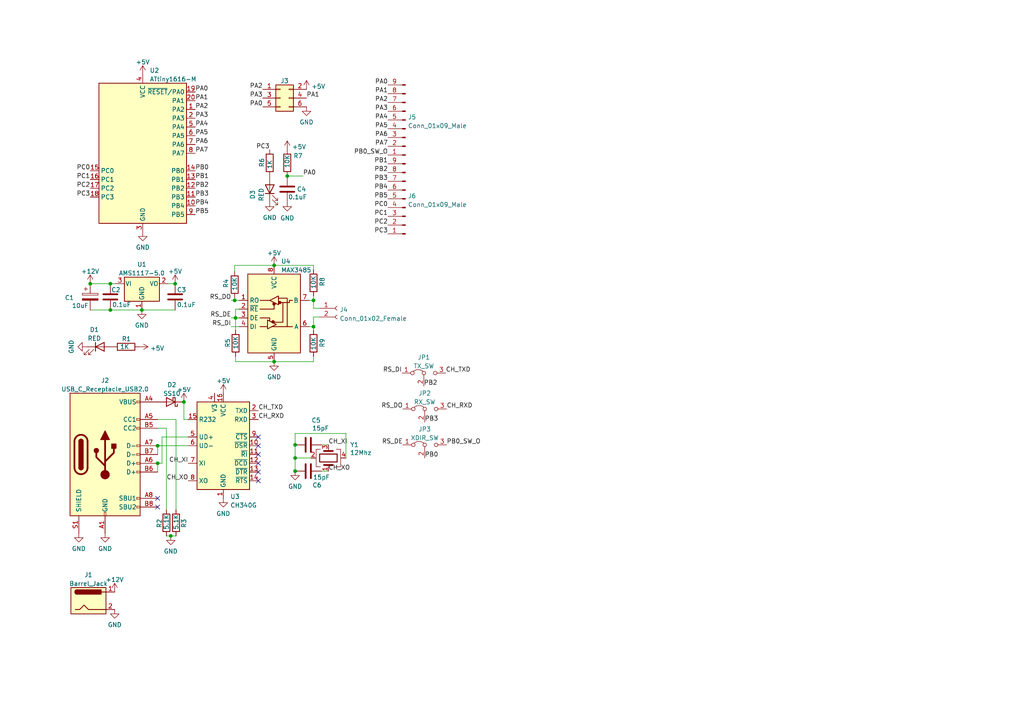
<source format=kicad_sch>
(kicad_sch (version 20211123) (generator eeschema)
  (paper "A4")
  (lib_symbols
    (symbol "Connector:Barrel_Jack" (pin_names (offset 1.016))
      (property "Reference" "J" (at 0 5.334 0))
      (property "Value" "Barrel_Jack" (at 0 -5.08 0))
      (symbol "Barrel_Jack_0_1"
        (rectangle (start -5.08 3.81) (end 5.08 -3.81) (stroke (width 0.254)) (fill (type background)))
        (arc (start -3.302 3.175) (mid -3.937 2.54) (end -3.302 1.905) (stroke (width 0.254)))
        (arc (start -3.302 3.175) (mid -3.937 2.54) (end -3.302 1.905) (stroke (width 0.254)) (fill (type outline)))
        (polyline (pts (xy 5.08 2.54) (xy 3.81 2.54)) (stroke (width 0.254)))
        (polyline (pts (xy -3.81 -2.54) (xy -2.54 -2.54) (xy -1.27 -1.27) (xy 0 -2.54) (xy 2.54 -2.54) (xy 5.08 -2.54)) (stroke (width 0.254)))
        (rectangle (start 3.683 3.175) (end -3.302 1.905) (stroke (width 0.254)) (fill (type outline)))
      )
      (symbol "Barrel_Jack_1_1"
        (pin passive line (at 7.62 2.54 180) (length 2.54) (name "~") (number "1"))
        (pin passive line (at 7.62 -2.54 180) (length 2.54) (name "~") (number "2"))
      )
    )
    (symbol "Connector:Conn_01x02_Female" (pin_names (offset 1.016) hide)
      (property "Reference" "J" (at 0 2.54 0))
      (property "Value" "Conn_01x02_Female" (at 0 -5.08 0))
      (symbol "Conn_01x02_Female_1_1"
        (arc (start 0 -2.032) (mid -0.508 -2.54) (end 0 -3.048) (stroke (width 0.1524)))
        (polyline (pts (xy -1.27 -2.54) (xy -0.508 -2.54)) (stroke (width 0.1524)))
        (polyline (pts (xy -1.27 0) (xy -0.508 0)) (stroke (width 0.1524)))
        (arc (start 0 0.508) (mid -0.508 0) (end 0 -0.508) (stroke (width 0.1524)))
        (pin passive line (at -5.08 0 0) (length 3.81) (name "Pin_1") (number "1"))
        (pin passive line (at -5.08 -2.54 0) (length 3.81) (name "Pin_2") (number "2"))
      )
    )
    (symbol "Connector:Conn_01x09_Male" (pin_names (offset 1.016) hide)
      (property "Reference" "J" (at 0 12.7 0))
      (property "Value" "Conn_01x09_Male" (at 0 -12.7 0))
      (symbol "Conn_01x09_Male_1_1"
        (polyline (pts (xy 1.27 -10.16) (xy 0.8636 -10.16)) (stroke (width 0.1524)))
        (polyline (pts (xy 1.27 -7.62) (xy 0.8636 -7.62)) (stroke (width 0.1524)))
        (polyline (pts (xy 1.27 -5.08) (xy 0.8636 -5.08)) (stroke (width 0.1524)))
        (polyline (pts (xy 1.27 -2.54) (xy 0.8636 -2.54)) (stroke (width 0.1524)))
        (polyline (pts (xy 1.27 0) (xy 0.8636 0)) (stroke (width 0.1524)))
        (polyline (pts (xy 1.27 2.54) (xy 0.8636 2.54)) (stroke (width 0.1524)))
        (polyline (pts (xy 1.27 5.08) (xy 0.8636 5.08)) (stroke (width 0.1524)))
        (polyline (pts (xy 1.27 7.62) (xy 0.8636 7.62)) (stroke (width 0.1524)))
        (polyline (pts (xy 1.27 10.16) (xy 0.8636 10.16)) (stroke (width 0.1524)))
        (rectangle (start 0.8636 -10.033) (end 0 -10.287) (stroke (width 0.1524)) (fill (type outline)))
        (rectangle (start 0.8636 -7.493) (end 0 -7.747) (stroke (width 0.1524)) (fill (type outline)))
        (rectangle (start 0.8636 -4.953) (end 0 -5.207) (stroke (width 0.1524)) (fill (type outline)))
        (rectangle (start 0.8636 -2.413) (end 0 -2.667) (stroke (width 0.1524)) (fill (type outline)))
        (rectangle (start 0.8636 0.127) (end 0 -0.127) (stroke (width 0.1524)) (fill (type outline)))
        (rectangle (start 0.8636 2.667) (end 0 2.413) (stroke (width 0.1524)) (fill (type outline)))
        (rectangle (start 0.8636 5.207) (end 0 4.953) (stroke (width 0.1524)) (fill (type outline)))
        (rectangle (start 0.8636 7.747) (end 0 7.493) (stroke (width 0.1524)) (fill (type outline)))
        (rectangle (start 0.8636 10.287) (end 0 10.033) (stroke (width 0.1524)) (fill (type outline)))
        (pin passive line (at 5.08 10.16 180) (length 3.81) (name "Pin_1") (number "1"))
        (pin passive line (at 5.08 7.62 180) (length 3.81) (name "Pin_2") (number "2"))
        (pin passive line (at 5.08 5.08 180) (length 3.81) (name "Pin_3") (number "3"))
        (pin passive line (at 5.08 2.54 180) (length 3.81) (name "Pin_4") (number "4"))
        (pin passive line (at 5.08 0 180) (length 3.81) (name "Pin_5") (number "5"))
        (pin passive line (at 5.08 -2.54 180) (length 3.81) (name "Pin_6") (number "6"))
        (pin passive line (at 5.08 -5.08 180) (length 3.81) (name "Pin_7") (number "7"))
        (pin passive line (at 5.08 -7.62 180) (length 3.81) (name "Pin_8") (number "8"))
        (pin passive line (at 5.08 -10.16 180) (length 3.81) (name "Pin_9") (number "9"))
      )
    )
    (symbol "Connector:USB_C_Receptacle_USB2.0" (pin_names (offset 1.016))
      (property "Reference" "J" (at -10.16 19.05 0))
      (property "Value" "USB_C_Receptacle_USB2.0" (at 19.05 19.05 0))
      (symbol "USB_C_Receptacle_USB2.0_0_0"
        (rectangle (start -0.254 -17.78) (end 0.254 -16.764))
        (rectangle (start 10.16 -14.986) (end 9.144 -15.494))
        (rectangle (start 10.16 -12.446) (end 9.144 -12.954))
        (rectangle (start 10.16 -4.826) (end 9.144 -5.334))
        (rectangle (start 10.16 -2.286) (end 9.144 -2.794))
        (rectangle (start 10.16 0.254) (end 9.144 -0.254))
        (rectangle (start 10.16 2.794) (end 9.144 2.286))
        (rectangle (start 10.16 7.874) (end 9.144 7.366))
        (rectangle (start 10.16 10.414) (end 9.144 9.906))
        (rectangle (start 10.16 15.494) (end 9.144 14.986))
      )
      (symbol "USB_C_Receptacle_USB2.0_0_1"
        (rectangle (start -10.16 17.78) (end 10.16 -17.78) (stroke (width 0.254)) (fill (type background)))
        (arc (start -8.89 -3.81) (mid -6.985 -5.715) (end -5.08 -3.81) (stroke (width 0.508)))
        (arc (start -7.62 -3.81) (mid -6.985 -4.445) (end -6.35 -3.81) (stroke (width 0.254)))
        (arc (start -7.62 -3.81) (mid -6.985 -4.445) (end -6.35 -3.81) (stroke (width 0.254)) (fill (type outline)))
        (rectangle (start -7.62 -3.81) (end -6.35 3.81) (stroke (width 0.254)) (fill (type outline)))
        (arc (start -6.35 3.81) (mid -6.985 4.445) (end -7.62 3.81) (stroke (width 0.254)))
        (arc (start -6.35 3.81) (mid -6.985 4.445) (end -7.62 3.81) (stroke (width 0.254)) (fill (type outline)))
        (arc (start -5.08 3.81) (mid -6.985 5.715) (end -8.89 3.81) (stroke (width 0.508)))
        (circle (center -2.54 1.143) (radius 0.635) (stroke (width 0.254)) (fill (type outline)))
        (circle (center 0 -5.842) (radius 1.27) (fill (type outline)))
        (polyline (pts (xy -8.89 -3.81) (xy -8.89 3.81)) (stroke (width 0.508)))
        (polyline (pts (xy -5.08 3.81) (xy -5.08 -3.81)) (stroke (width 0.508)))
        (polyline (pts (xy 0 -5.842) (xy 0 4.318)) (stroke (width 0.508)))
        (polyline (pts (xy 0 -3.302) (xy -2.54 -0.762) (xy -2.54 0.508)) (stroke (width 0.508)))
        (polyline (pts (xy 0 -2.032) (xy 2.54 0.508) (xy 2.54 1.778)) (stroke (width 0.508)))
        (polyline (pts (xy -1.27 4.318) (xy 0 6.858) (xy 1.27 4.318) (xy -1.27 4.318)) (stroke (width 0.254)) (fill (type outline)))
        (rectangle (start 1.905 1.778) (end 3.175 3.048) (stroke (width 0.254)) (fill (type outline)))
      )
      (symbol "USB_C_Receptacle_USB2.0_1_1"
        (pin passive line (at 0 -22.86 90) (length 5.08) (name "GND") (number "A1"))
        (pin passive line (at 0 -22.86 90) (length 5.08) hide (name "GND") (number "A12"))
        (pin passive line (at 15.24 15.24 180) (length 5.08) (name "VBUS") (number "A4"))
        (pin bidirectional line (at 15.24 10.16 180) (length 5.08) (name "CC1") (number "A5"))
        (pin bidirectional line (at 15.24 -2.54 180) (length 5.08) (name "D+") (number "A6"))
        (pin bidirectional line (at 15.24 2.54 180) (length 5.08) (name "D-") (number "A7"))
        (pin bidirectional line (at 15.24 -12.7 180) (length 5.08) (name "SBU1") (number "A8"))
        (pin passive line (at 15.24 15.24 180) (length 5.08) hide (name "VBUS") (number "A9"))
        (pin passive line (at 0 -22.86 90) (length 5.08) hide (name "GND") (number "B1"))
        (pin passive line (at 0 -22.86 90) (length 5.08) hide (name "GND") (number "B12"))
        (pin passive line (at 15.24 15.24 180) (length 5.08) hide (name "VBUS") (number "B4"))
        (pin bidirectional line (at 15.24 7.62 180) (length 5.08) (name "CC2") (number "B5"))
        (pin bidirectional line (at 15.24 -5.08 180) (length 5.08) (name "D+") (number "B6"))
        (pin bidirectional line (at 15.24 0 180) (length 5.08) (name "D-") (number "B7"))
        (pin bidirectional line (at 15.24 -15.24 180) (length 5.08) (name "SBU2") (number "B8"))
        (pin passive line (at 15.24 15.24 180) (length 5.08) hide (name "VBUS") (number "B9"))
        (pin passive line (at -7.62 -22.86 90) (length 5.08) (name "SHIELD") (number "S1"))
      )
    )
    (symbol "Connector_Generic:Conn_02x03_Odd_Even" (pin_names (offset 1.016) hide)
      (property "Reference" "J" (at 1.27 5.08 0))
      (property "Value" "Conn_02x03_Odd_Even" (at 1.27 -5.08 0))
      (symbol "Conn_02x03_Odd_Even_1_1"
        (rectangle (start -1.27 -2.413) (end 0 -2.667) (stroke (width 0.1524)))
        (rectangle (start -1.27 0.127) (end 0 -0.127) (stroke (width 0.1524)))
        (rectangle (start -1.27 2.667) (end 0 2.413) (stroke (width 0.1524)))
        (rectangle (start -1.27 3.81) (end 3.81 -3.81) (stroke (width 0.254)) (fill (type background)))
        (rectangle (start 3.81 -2.413) (end 2.54 -2.667) (stroke (width 0.1524)))
        (rectangle (start 3.81 0.127) (end 2.54 -0.127) (stroke (width 0.1524)))
        (rectangle (start 3.81 2.667) (end 2.54 2.413) (stroke (width 0.1524)))
        (pin passive line (at -5.08 2.54 0) (length 3.81) (name "Pin_1") (number "1"))
        (pin passive line (at 7.62 2.54 180) (length 3.81) (name "Pin_2") (number "2"))
        (pin passive line (at -5.08 0 0) (length 3.81) (name "Pin_3") (number "3"))
        (pin passive line (at 7.62 0 180) (length 3.81) (name "Pin_4") (number "4"))
        (pin passive line (at -5.08 -2.54 0) (length 3.81) (name "Pin_5") (number "5"))
        (pin passive line (at 7.62 -2.54 180) (length 3.81) (name "Pin_6") (number "6"))
      )
    )
    (symbol "Device:C" (pin_numbers hide) (pin_names (offset 0.254))
      (property "Reference" "C" (at 0.635 2.54 0))
      (property "Value" "C" (at 0.635 -2.54 0))
      (symbol "C_0_1"
        (polyline (pts (xy -2.032 -0.762) (xy 2.032 -0.762)) (stroke (width 0.508)))
        (polyline (pts (xy -2.032 0.762) (xy 2.032 0.762)) (stroke (width 0.508)))
      )
      (symbol "C_1_1"
        (pin passive line (at 0 3.81 270) (length 2.794) (name "~") (number "1"))
        (pin passive line (at 0 -3.81 90) (length 2.794) (name "~") (number "2"))
      )
    )
    (symbol "Device:C_Polarized" (pin_numbers hide) (pin_names (offset 0.254))
      (property "Reference" "C" (at 0.635 2.54 0))
      (property "Value" "C_Polarized" (at 0.635 -2.54 0))
      (symbol "C_Polarized_0_1"
        (rectangle (start -2.286 0.508) (end 2.286 1.016))
        (polyline (pts (xy -1.778 2.286) (xy -0.762 2.286)))
        (polyline (pts (xy -1.27 2.794) (xy -1.27 1.778)))
        (rectangle (start 2.286 -0.508) (end -2.286 -1.016) (fill (type outline)))
      )
      (symbol "C_Polarized_1_1"
        (pin passive line (at 0 3.81 270) (length 2.794) (name "~") (number "1"))
        (pin passive line (at 0 -3.81 90) (length 2.794) (name "~") (number "2"))
      )
    )
    (symbol "Device:Crystal_GND24" (pin_names (offset 1.016) hide)
      (property "Reference" "Y" (at 3.175 5.08 0))
      (property "Value" "Crystal_GND24" (at 3.175 3.175 0))
      (symbol "Crystal_GND24_0_1"
        (rectangle (start -1.143 2.54) (end 1.143 -2.54) (stroke (width 0.3048)))
        (polyline (pts (xy -2.54 0) (xy -2.032 0)))
        (polyline (pts (xy -2.032 -1.27) (xy -2.032 1.27)) (stroke (width 0.508)))
        (polyline (pts (xy 0 -3.81) (xy 0 -3.556)))
        (polyline (pts (xy 0 3.556) (xy 0 3.81)))
        (polyline (pts (xy 2.032 -1.27) (xy 2.032 1.27)) (stroke (width 0.508)))
        (polyline (pts (xy 2.032 0) (xy 2.54 0)))
        (polyline (pts (xy -2.54 -2.286) (xy -2.54 -3.556) (xy 2.54 -3.556) (xy 2.54 -2.286)))
        (polyline (pts (xy -2.54 2.286) (xy -2.54 3.556) (xy 2.54 3.556) (xy 2.54 2.286)))
      )
      (symbol "Crystal_GND24_1_1"
        (pin passive line (at -3.81 0 0) (length 1.27) (name "1") (number "1"))
        (pin passive line (at 0 5.08 270) (length 1.27) (name "2") (number "2"))
        (pin passive line (at 3.81 0 180) (length 1.27) (name "3") (number "3"))
        (pin passive line (at 0 -5.08 90) (length 1.27) (name "4") (number "4"))
      )
    )
    (symbol "Device:D_Schottky" (pin_numbers hide) (pin_names (offset 1.016) hide)
      (property "Reference" "D" (at 0 2.54 0))
      (property "Value" "D_Schottky" (at 0 -2.54 0))
      (symbol "D_Schottky_0_1"
        (polyline (pts (xy 1.27 0) (xy -1.27 0)))
        (polyline (pts (xy 1.27 1.27) (xy 1.27 -1.27) (xy -1.27 0) (xy 1.27 1.27)) (stroke (width 0.254)))
        (polyline (pts (xy -1.905 0.635) (xy -1.905 1.27) (xy -1.27 1.27) (xy -1.27 -1.27) (xy -0.635 -1.27) (xy -0.635 -0.635)) (stroke (width 0.254)))
      )
      (symbol "D_Schottky_1_1"
        (pin passive line (at -3.81 0 0) (length 2.54) (name "K") (number "1"))
        (pin passive line (at 3.81 0 180) (length 2.54) (name "A") (number "2"))
      )
    )
    (symbol "Device:LED" (pin_numbers hide) (pin_names (offset 1.016) hide)
      (property "Reference" "D" (at 0 2.54 0))
      (property "Value" "LED" (at 0 -2.54 0))
      (symbol "LED_0_1"
        (polyline (pts (xy -1.27 -1.27) (xy -1.27 1.27)) (stroke (width 0.254)))
        (polyline (pts (xy -1.27 0) (xy 1.27 0)))
        (polyline (pts (xy 1.27 -1.27) (xy 1.27 1.27) (xy -1.27 0) (xy 1.27 -1.27)) (stroke (width 0.254)))
        (polyline (pts (xy -3.048 -0.762) (xy -4.572 -2.286) (xy -3.81 -2.286) (xy -4.572 -2.286) (xy -4.572 -1.524)))
        (polyline (pts (xy -1.778 -0.762) (xy -3.302 -2.286) (xy -2.54 -2.286) (xy -3.302 -2.286) (xy -3.302 -1.524)))
      )
      (symbol "LED_1_1"
        (pin passive line (at -3.81 0 0) (length 2.54) (name "K") (number "1"))
        (pin passive line (at 3.81 0 180) (length 2.54) (name "A") (number "2"))
      )
    )
    (symbol "Device:R" (pin_numbers hide) (pin_names (offset 0))
      (property "Reference" "R" (at 2.032 0 90))
      (property "Value" "R" (at 0 0 90))
      (symbol "R_0_1"
        (rectangle (start -1.016 -2.54) (end 1.016 2.54) (stroke (width 0.254)))
      )
      (symbol "R_1_1"
        (pin passive line (at 0 3.81 270) (length 1.27) (name "~") (number "1"))
        (pin passive line (at 0 -3.81 90) (length 1.27) (name "~") (number "2"))
      )
    )
    (symbol "Interface_UART:MAX3485"
      (property "Reference" "U" (at -6.096 11.43 0))
      (property "Value" "MAX3485" (at 0.762 11.43 0))
      (symbol "MAX3485_0_1"
        (rectangle (start -7.62 10.16) (end 7.62 -12.7) (stroke (width 0.254)) (fill (type background)))
        (circle (center -0.3048 -3.683) (radius 0.3556) (stroke (width 0.254)) (fill (type outline)))
        (circle (center -0.0254 1.4986) (radius 0.3556) (stroke (width 0.254)) (fill (type outline)))
        (polyline (pts (xy -4.064 -5.08) (xy -1.905 -5.08)) (stroke (width 0.254)))
        (polyline (pts (xy -4.064 2.54) (xy -1.27 2.54)) (stroke (width 0.254)))
        (polyline (pts (xy -1.27 -3.2004) (xy -1.27 -3.4544)) (stroke (width 0.254)))
        (polyline (pts (xy -0.635 -5.08) (xy 5.334 -5.08)) (stroke (width 0.254)))
        (polyline (pts (xy -4.064 -2.54) (xy -1.27 -2.54) (xy -1.27 -3.175)) (stroke (width 0.254)))
        (polyline (pts (xy 0 1.27) (xy 0 0) (xy -4.064 0)) (stroke (width 0.254)))
        (polyline (pts (xy 1.27 3.175) (xy 3.81 3.175) (xy 3.81 -5.08)) (stroke (width 0.254)))
        (polyline (pts (xy 2.54 1.905) (xy 2.54 -3.81) (xy 0 -3.81)) (stroke (width 0.254)))
        (polyline (pts (xy -1.905 -3.175) (xy -1.905 -5.715) (xy 0.635 -4.445) (xy -1.905 -3.175)) (stroke (width 0.254)))
        (polyline (pts (xy -1.27 2.54) (xy 1.27 3.81) (xy 1.27 1.27) (xy -1.27 2.54)) (stroke (width 0.254)))
        (polyline (pts (xy 1.905 1.905) (xy 4.445 1.905) (xy 4.445 2.54) (xy 5.334 2.54)) (stroke (width 0.254)))
        (rectangle (start 1.27 3.175) (end 1.27 3.175))
        (circle (center 1.651 1.905) (radius 0.3556) (stroke (width 0.254)) (fill (type outline)))
      )
      (symbol "MAX3485_1_1"
        (pin output line (at -10.16 2.54 0) (length 2.54) (name "RO") (number "1"))
        (pin input line (at -10.16 0 0) (length 2.54) (name "~{RE}") (number "2"))
        (pin input line (at -10.16 -2.54 0) (length 2.54) (name "DE") (number "3"))
        (pin input line (at -10.16 -5.08 0) (length 2.54) (name "DI") (number "4"))
        (pin power_in line (at 0 -15.24 90) (length 2.54) (name "GND") (number "5"))
        (pin bidirectional line (at 10.16 -5.08 180) (length 2.54) (name "A") (number "6"))
        (pin bidirectional line (at 10.16 2.54 180) (length 2.54) (name "B") (number "7"))
        (pin power_in line (at 0 12.7 270) (length 2.54) (name "VCC") (number "8"))
      )
    )
    (symbol "Interface_USB:CH340G"
      (property "Reference" "U" (at -5.08 13.97 0))
      (property "Value" "CH340G" (at 1.27 13.97 0))
      (symbol "CH340G_0_1"
        (rectangle (start -7.62 12.7) (end 7.62 -12.7) (stroke (width 0.254)) (fill (type background)))
      )
      (symbol "CH340G_1_1"
        (pin power_in line (at 0 -15.24 90) (length 2.54) (name "GND") (number "1"))
        (pin input line (at 10.16 0 180) (length 2.54) (name "~{DSR}") (number "10"))
        (pin input line (at 10.16 -2.54 180) (length 2.54) (name "~{RI}") (number "11"))
        (pin input line (at 10.16 -5.08 180) (length 2.54) (name "~{DCD}") (number "12"))
        (pin output line (at 10.16 -7.62 180) (length 2.54) (name "~{DTR}") (number "13"))
        (pin output line (at 10.16 -10.16 180) (length 2.54) (name "~{RTS}") (number "14"))
        (pin input line (at -10.16 7.62 0) (length 2.54) (name "R232") (number "15"))
        (pin power_in line (at 0 15.24 270) (length 2.54) (name "VCC") (number "16"))
        (pin output line (at 10.16 10.16 180) (length 2.54) (name "TXD") (number "2"))
        (pin input line (at 10.16 7.62 180) (length 2.54) (name "RXD") (number "3"))
        (pin passive line (at -2.54 15.24 270) (length 2.54) (name "V3") (number "4"))
        (pin bidirectional line (at -10.16 2.54 0) (length 2.54) (name "UD+") (number "5"))
        (pin bidirectional line (at -10.16 0 0) (length 2.54) (name "UD-") (number "6"))
        (pin input line (at -10.16 -5.08 0) (length 2.54) (name "XI") (number "7"))
        (pin output line (at -10.16 -10.16 0) (length 2.54) (name "XO") (number "8"))
        (pin input line (at 10.16 2.54 180) (length 2.54) (name "~{CTS}") (number "9"))
      )
    )
    (symbol "Jumper:Jumper_3_Bridged12" (pin_names (offset 0) hide)
      (property "Reference" "JP" (at -2.54 -2.54 0))
      (property "Value" "Jumper_3_Bridged12" (at 0 2.794 0))
      (symbol "Jumper_3_Bridged12_0_0"
        (circle (center -3.302 0) (radius 0.508))
        (circle (center 0 0) (radius 0.508))
        (circle (center 3.302 0) (radius 0.508))
      )
      (symbol "Jumper_3_Bridged12_0_1"
        (arc (start -0.254 0.508) (mid -1.651 0.9912) (end -3.048 0.508))
        (polyline (pts (xy 0 -1.27) (xy 0 -0.508)))
      )
      (symbol "Jumper_3_Bridged12_1_1"
        (pin passive line (at -6.35 0 0) (length 2.54) (name "A") (number "1"))
        (pin passive line (at 0 -3.81 90) (length 2.54) (name "C") (number "2"))
        (pin passive line (at 6.35 0 180) (length 2.54) (name "B") (number "3"))
      )
    )
    (symbol "MCU_Microchip_ATtiny:ATtiny1616-M"
      (property "Reference" "U" (at -12.7 21.59 0))
      (property "Value" "ATtiny1616-M" (at 2.54 -21.59 0))
      (symbol "ATtiny1616-M_0_1"
        (rectangle (start -12.7 -20.32) (end 12.7 20.32) (stroke (width 0.254)) (fill (type background)))
      )
      (symbol "ATtiny1616-M_1_1"
        (pin bidirectional line (at 15.24 12.7 180) (length 2.54) (name "PA2") (number "1"))
        (pin bidirectional line (at 15.24 -15.24 180) (length 2.54) (name "PB4") (number "10"))
        (pin bidirectional line (at 15.24 -12.7 180) (length 2.54) (name "PB3") (number "11"))
        (pin bidirectional line (at 15.24 -10.16 180) (length 2.54) (name "PB2") (number "12"))
        (pin bidirectional line (at 15.24 -7.62 180) (length 2.54) (name "PB1") (number "13"))
        (pin bidirectional line (at 15.24 -5.08 180) (length 2.54) (name "PB0") (number "14"))
        (pin bidirectional line (at -15.24 -5.08 0) (length 2.54) (name "PC0") (number "15"))
        (pin bidirectional line (at -15.24 -7.62 0) (length 2.54) (name "PC1") (number "16"))
        (pin bidirectional line (at -15.24 -10.16 0) (length 2.54) (name "PC2") (number "17"))
        (pin bidirectional line (at -15.24 -12.7 0) (length 2.54) (name "PC3") (number "18"))
        (pin bidirectional line (at 15.24 17.78 180) (length 2.54) (name "~{RESET}/PA0") (number "19"))
        (pin bidirectional line (at 15.24 10.16 180) (length 2.54) (name "PA3") (number "2"))
        (pin bidirectional line (at 15.24 15.24 180) (length 2.54) (name "PA1") (number "20"))
        (pin passive line (at 0 -22.86 90) (length 2.54) hide (name "GND") (number "21"))
        (pin power_in line (at 0 -22.86 90) (length 2.54) (name "GND") (number "3"))
        (pin power_in line (at 0 22.86 270) (length 2.54) (name "VCC") (number "4"))
        (pin bidirectional line (at 15.24 7.62 180) (length 2.54) (name "PA4") (number "5"))
        (pin bidirectional line (at 15.24 5.08 180) (length 2.54) (name "PA5") (number "6"))
        (pin bidirectional line (at 15.24 2.54 180) (length 2.54) (name "PA6") (number "7"))
        (pin bidirectional line (at 15.24 0 180) (length 2.54) (name "PA7") (number "8"))
        (pin bidirectional line (at 15.24 -17.78 180) (length 2.54) (name "PB5") (number "9"))
      )
    )
    (symbol "Regulator_Linear:AMS1117-5.0" (pin_names (offset 0.254))
      (property "Reference" "U" (at -3.81 3.175 0))
      (property "Value" "AMS1117-5.0" (at 0 3.175 0))
      (symbol "AMS1117-5.0_0_1"
        (rectangle (start -5.08 -5.08) (end 5.08 1.905) (stroke (width 0.254)) (fill (type background)))
      )
      (symbol "AMS1117-5.0_1_1"
        (pin power_in line (at 0 -7.62 90) (length 2.54) (name "GND") (number "1"))
        (pin power_out line (at 7.62 0 180) (length 2.54) (name "VO") (number "2"))
        (pin power_in line (at -7.62 0 0) (length 2.54) (name "VI") (number "3"))
      )
    )
    (symbol "power:+12V" (power) (pin_names (offset 0))
      (property "Value" "+12V" (at 0 3.556 0))
      (symbol "+12V_0_1"
        (polyline (pts (xy -0.762 1.27) (xy 0 2.54)))
        (polyline (pts (xy 0 0) (xy 0 2.54)))
        (polyline (pts (xy 0 2.54) (xy 0.762 1.27)))
      )
      (symbol "+12V_1_1"
        (pin power_in line (at 0 0 90) (length 0) hide (name "+12V") (number "1"))
      )
    )
    (symbol "power:+5V" (power) (pin_names (offset 0))
      (property "Value" "+5V" (at 0 3.556 0))
      (symbol "+5V_0_1"
        (polyline (pts (xy -0.762 1.27) (xy 0 2.54)))
        (polyline (pts (xy 0 0) (xy 0 2.54)))
        (polyline (pts (xy 0 2.54) (xy 0.762 1.27)))
      )
      (symbol "+5V_1_1"
        (pin power_in line (at 0 0 90) (length 0) hide (name "+5V") (number "1"))
      )
    )
    (symbol "power:GND" (power) (pin_names (offset 0))
      (property "Value" "GND" (at 0 -3.81 0))
      (symbol "GND_0_1"
        (polyline (pts (xy 0 0) (xy 0 -1.27) (xy 1.27 -1.27) (xy 0 -2.54) (xy -1.27 -1.27) (xy 0 -1.27)))
      )
      (symbol "GND_1_1"
        (pin power_in line (at 0 0 270) (length 0) hide (name "GND") (number "1"))
      )
    )
  )
  (junction (at 50.8 82.296))
  (junction (at 79.502 104.902))
  (junction (at 53.34 116.586))
  (junction (at 68.326 92.202))
  (junction (at 68.072 87.122))
  (junction (at 45.72 129.286))
  (junction (at 90.932 87.122))
  (junction (at 32.004 89.916))
  (junction (at 26.162 82.296))
  (junction (at 41.148 89.916))
  (junction (at 32.004 82.296))
  (junction (at 85.598 136.652))
  (junction (at 83.312 51.054))
  (junction (at 45.72 134.366))
  (junction (at 49.53 155.448))
  (junction (at 85.598 129.032))
  (junction (at 90.932 94.742))
  (junction (at 79.502 76.962))
  (junction (at 85.598 132.842))
  (no_connect (at 45.72 144.526))
  (no_connect (at 74.93 131.826))
  (no_connect (at 74.93 136.906))
  (no_connect (at 74.93 126.746))
  (no_connect (at 74.93 139.446))
  (no_connect (at 74.93 129.286))
  (no_connect (at 45.72 147.066))
  (no_connect (at 74.93 134.366))
  (wire (pts (xy 53.34 116.586) (xy 53.34 121.666)))
  (wire (pts (xy 85.598 132.842) (xy 90.17 132.842)))
  (wire (pts (xy 67.056 94.742) (xy 69.342 94.742)))
  (wire (pts (xy 67.056 92.202) (xy 68.326 92.202)))
  (wire (pts (xy 79.502 104.902) (xy 90.932 104.902)))
  (wire (pts (xy 90.932 104.902) (xy 90.932 103.378)))
  (wire (pts (xy 26.162 82.296) (xy 32.004 82.296)))
  (wire (pts (xy 68.326 92.202) (xy 69.342 92.202)))
  (wire (pts (xy 100.33 125.73) (xy 85.598 125.73)))
  (wire (pts (xy 51.054 121.666) (xy 51.054 147.828)))
  (wire (pts (xy 68.326 92.202) (xy 68.326 95.758)))
  (wire (pts (xy 48.26 124.206) (xy 48.26 147.828)))
  (wire (pts (xy 100.33 132.842) (xy 100.33 125.73)))
  (wire (pts (xy 45.72 134.366) (xy 46.99 134.366)))
  (wire (pts (xy 90.932 87.122) (xy 90.932 89.408)))
  (wire (pts (xy 68.326 104.902) (xy 68.326 103.378)))
  (wire (pts (xy 32.004 89.916) (xy 41.148 89.916)))
  (wire (pts (xy 67.056 87.122) (xy 68.072 87.122)))
  (wire (pts (xy 89.662 87.122) (xy 90.932 87.122)))
  (wire (pts (xy 45.72 124.206) (xy 48.26 124.206)))
  (wire (pts (xy 79.502 76.962) (xy 68.072 76.962)))
  (wire (pts (xy 53.34 121.666) (xy 54.61 121.666)))
  (wire (pts (xy 48.768 82.296) (xy 50.8 82.296)))
  (wire (pts (xy 32.004 82.296) (xy 33.528 82.296)))
  (wire (pts (xy 90.932 91.948) (xy 92.71 91.948)))
  (wire (pts (xy 89.662 94.742) (xy 90.932 94.742)))
  (wire (pts (xy 68.072 86.36) (xy 68.072 87.122)))
  (wire (pts (xy 90.932 94.742) (xy 90.932 91.948)))
  (wire (pts (xy 45.72 129.286) (xy 54.61 129.286)))
  (wire (pts (xy 68.326 89.662) (xy 68.326 92.202)))
  (wire (pts (xy 90.932 76.962) (xy 90.932 78.232)))
  (wire (pts (xy 79.502 76.962) (xy 90.932 76.962)))
  (wire (pts (xy 45.72 129.286) (xy 45.72 131.826)))
  (wire (pts (xy 85.598 125.73) (xy 85.598 129.032)))
  (wire (pts (xy 68.072 87.122) (xy 69.342 87.122)))
  (wire (pts (xy 49.53 155.448) (xy 51.054 155.448)))
  (wire (pts (xy 46.99 126.746) (xy 54.61 126.746)))
  (wire (pts (xy 26.162 89.916) (xy 32.004 89.916)))
  (wire (pts (xy 93.218 129.032) (xy 95.25 129.032)))
  (wire (pts (xy 45.72 121.666) (xy 51.054 121.666)))
  (wire (pts (xy 79.502 104.902) (xy 68.326 104.902)))
  (wire (pts (xy 41.148 89.916) (xy 50.8 89.916)))
  (wire (pts (xy 45.72 134.366) (xy 45.72 136.906)))
  (wire (pts (xy 68.326 89.662) (xy 69.342 89.662)))
  (wire (pts (xy 85.598 132.842) (xy 85.598 136.652)))
  (wire (pts (xy 90.932 89.408) (xy 92.71 89.408)))
  (wire (pts (xy 83.312 51.054) (xy 87.884 51.054)))
  (wire (pts (xy 90.932 94.742) (xy 90.932 95.758)))
  (wire (pts (xy 93.218 136.652) (xy 95.25 136.652)))
  (wire (pts (xy 46.99 134.366) (xy 46.99 126.746)))
  (wire (pts (xy 68.072 76.962) (xy 68.072 78.74)))
  (wire (pts (xy 90.932 85.852) (xy 90.932 87.122)))
  (wire (pts (xy 48.26 155.448) (xy 49.53 155.448)))
  (wire (pts (xy 85.598 129.032) (xy 85.598 132.842)))
  (label "RS_DI" (at 67.056 94.742 180))
  (label "RS_DO" (at 116.84 118.618 180))
  (label "PB3" (at 56.642 57.15 0))
  (label "CH_RXD" (at 74.93 121.666 0))
  (label "PA6" (at 112.522 39.878 180))
  (label "PB5" (at 112.522 57.658 180))
  (label "PA2" (at 56.642 31.75 0))
  (label "PB1" (at 112.522 47.498 180))
  (label "PC3" (at 26.162 57.15 180))
  (label "PB2" (at 122.936 112.014 0))
  (label "PA3" (at 76.2 28.448 180))
  (label "PA2" (at 76.2 25.908 180))
  (label "PC3" (at 112.522 67.818 180))
  (label "PA1" (at 88.9 28.448 0))
  (label "PB5" (at 56.642 62.23 0))
  (label "PA6" (at 56.642 41.91 0))
  (label "PB0" (at 56.642 49.53 0))
  (label "PA5" (at 56.642 39.37 0))
  (label "CH_RXD" (at 129.54 118.618 0))
  (label "CH_XO" (at 54.61 139.446 180))
  (label "PA0" (at 56.642 26.67 0))
  (label "PA3" (at 56.642 34.29 0))
  (label "PA0" (at 76.2 30.988 180))
  (label "PA1" (at 112.522 27.178 180))
  (label "CH_XI" (at 54.61 134.366 180))
  (label "PA4" (at 112.522 34.798 180))
  (label "RS_DO" (at 67.056 87.122 180))
  (label "PB0_SW_O" (at 129.54 129.032 0))
  (label "PA0" (at 87.884 51.054 0))
  (label "CH_TXD" (at 129.286 108.204 0))
  (label "PA3" (at 112.522 32.258 180))
  (label "CH_XI" (at 95.25 129.032 0))
  (label "PA0" (at 112.522 24.638 180))
  (label "PC1" (at 26.162 52.07 180))
  (label "PB1" (at 56.642 52.07 0))
  (label "PA7" (at 112.522 42.418 180))
  (label "CH_XO" (at 95.25 136.652 0))
  (label "PB4" (at 112.522 55.118 180))
  (label "PB2" (at 112.522 50.038 180))
  (label "RS_DI" (at 116.586 108.204 180))
  (label "PB4" (at 56.642 59.69 0))
  (label "PA2" (at 112.522 29.718 180))
  (label "PB0_SW_O" (at 112.522 44.958 180))
  (label "RS_DE" (at 67.056 92.202 180))
  (label "PC0" (at 26.162 49.53 180))
  (label "PB3" (at 123.19 122.428 0))
  (label "PB2" (at 56.642 54.61 0))
  (label "PC2" (at 26.162 54.61 180))
  (label "CH_TXD" (at 74.93 119.126 0))
  (label "PC1" (at 112.522 62.738 180))
  (label "PB3" (at 112.522 52.578 180))
  (label "PC2" (at 112.522 65.278 180))
  (label "PC3" (at 78.232 43.434 180))
  (label "PA5" (at 112.522 37.338 180))
  (label "PA7" (at 56.642 44.45 0))
  (label "PB0" (at 123.19 132.842 0))
  (label "PA1" (at 56.642 29.21 0))
  (label "PC0" (at 112.522 60.198 180))
  (label "PA4" (at 56.642 36.83 0))
  (label "RS_DE" (at 116.84 129.032 180))
  (symbol (lib_id "power:GND") (at 25.146 100.584 270) (unit 1)
    (property "Reference" "#PWR0109" (effects hide))
    (property "Value" "GND" (at 20.7026 100.584 0))
  )
  (symbol (lib_id "Device:R") (at 78.232 47.244 0) (unit 1)
    (property "Reference" "R6" (at 75.946 48.514 90) (effects (justify left)))
    (property "Value" "1K" (at 78.232 49.022 90) (effects (justify left)))
    (property "Footprint" "Resistor_SMD:R_0603_1608Metric" (effects hide))
  )
  (symbol (lib_id "Jumper:Jumper_3_Bridged12") (at 123.19 129.032 0) (unit 1)
    (property "Reference" "JP3" (at 123.19 124.468 0))
    (property "Value" "XDIR_SW" (at 123.19 127.0049 0))
    (property "Footprint" "Connector_PinHeader_2.54mm:PinHeader_1x03_P2.54mm_Vertical" (effects hide))
  )
  (symbol (lib_id "power:+5V") (at 64.77 114.046 0) (unit 1)
    (property "Reference" "#PWR0102" (effects hide))
    (property "Value" "+5V" (at 64.77 110.4702 0))
  )
  (symbol (lib_id "power:GND") (at 22.86 154.686 0) (unit 1)
    (property "Reference" "#PWR0104" (effects hide))
    (property "Value" "GND" (at 22.86 159.1294 0))
  )
  (symbol (lib_id "Connector:Conn_01x02_Female") (at 97.79 89.408 0) (unit 1)
    (property "Reference" "J4" (at 98.5012 89.8433 0) (effects (justify left)))
    (property "Value" "Conn_01x02_Female" (at 98.5012 92.3802 0) (effects (justify left)))
    (property "Footprint" "Connector_JST:JST_EH_B2B-EH-A_1x02_P2.50mm_Vertical" (effects hide))
  )
  (symbol (lib_id "Jumper:Jumper_3_Bridged12") (at 122.936 108.204 0) (unit 1)
    (property "Reference" "JP1" (at 122.936 103.64 0))
    (property "Value" "TX_SW" (at 122.936 106.1769 0))
    (property "Footprint" "Connector_PinHeader_2.54mm:PinHeader_1x03_P2.54mm_Vertical" (effects hide))
  )
  (symbol (lib_id "Connector_Generic:Conn_02x03_Odd_Even") (at 81.28 28.448 0) (unit 1)
    (property "Reference" "J3" (at 82.55 23.4752 0))
    (property "Value" "Conn_02x03_Odd_Even" (effects hide))
    (property "Footprint" "Connector_PinHeader_2.54mm:PinHeader_2x03_P2.54mm_Vertical" (effects hide))
  )
  (symbol (lib_id "power:+5V") (at 40.386 100.584 270) (unit 1)
    (property "Reference" "#PWR0110" (effects hide))
    (property "Value" "+5V" (at 43.561 101.0178 90) (effects (justify left)))
  )
  (symbol (lib_id "Device:C_Polarized") (at 26.162 86.106 0) (unit 1)
    (property "Reference" "C1" (at 18.796 86.36 0) (effects (justify left)))
    (property "Value" "10uF" (at 20.828 88.646 0) (effects (justify left)))
    (property "Footprint" "Capacitor_Tantalum_SMD:CP_EIA-3216-10_Kemet-I" (effects hide))
  )
  (symbol (lib_id "Connector:Conn_01x09_Male") (at 117.602 57.658 180) (unit 1)
    (property "Reference" "J6" (at 118.3132 56.8233 0) (effects (justify right)))
    (property "Value" "Conn_01x09_Male" (at 118.3132 59.3602 0) (effects (justify right)))
    (property "Footprint" "Connector_PinHeader_2.54mm:PinHeader_1x09_P2.54mm_Vertical" (effects hide))
  )
  (symbol (lib_id "Device:C") (at 89.408 136.652 90) (unit 1)
    (property "Reference" "C6" (at 91.948 140.716 90))
    (property "Value" "15pF" (at 93.218 138.43 90))
    (property "Footprint" "Capacitor_SMD:C_0603_1608Metric" (effects hide))
  )
  (symbol (lib_id "Device:LED") (at 78.232 54.864 90) (unit 1)
    (property "Reference" "D3" (at 73.2622 56.4515 0))
    (property "Value" "RED" (at 75.7991 56.4515 0))
    (property "Footprint" "Diode_SMD:D_0603_1608Metric" (effects hide))
  )
  (symbol (lib_id "power:+12V") (at 26.162 82.296 0) (unit 1)
    (property "Reference" "#PWR0112" (effects hide))
    (property "Value" "+12V" (at 26.162 78.7202 0))
  )
  (symbol (lib_id "power:+5V") (at 88.9 25.908 0) (unit 1)
    (property "Reference" "#PWR0115" (effects hide))
    (property "Value" "+5V" (at 90.297 25.0718 0) (effects (justify left)))
  )
  (symbol (lib_id "Connector:Conn_01x09_Male") (at 117.602 34.798 180) (unit 1)
    (property "Reference" "J5" (at 118.3132 33.9633 0) (effects (justify right)))
    (property "Value" "Conn_01x09_Male" (at 118.3132 36.5002 0) (effects (justify right)))
    (property "Footprint" "Connector_PinHeader_2.54mm:PinHeader_1x09_P2.54mm_Vertical" (effects hide))
  )
  (symbol (lib_id "Device:R") (at 48.26 151.638 0) (unit 1)
    (property "Reference" "R2" (at 46.228 153.162 90) (effects (justify left)))
    (property "Value" "5.1K" (at 48.26 153.67 90) (effects (justify left)))
    (property "Footprint" "Resistor_SMD:R_0603_1608Metric" (effects hide))
  )
  (symbol (lib_id "Jumper:Jumper_3_Bridged12") (at 123.19 118.618 0) (unit 1)
    (property "Reference" "JP2" (at 123.19 114.054 0))
    (property "Value" "RX_SW" (at 123.19 116.5909 0))
    (property "Footprint" "Connector_PinHeader_2.54mm:PinHeader_1x03_P2.54mm_Vertical" (effects hide))
  )
  (symbol (lib_id "power:GND") (at 41.402 67.31 0) (unit 1)
    (property "Reference" "#PWR0122" (effects hide))
    (property "Value" "GND" (at 41.402 71.7534 0))
  )
  (symbol (lib_id "power:GND") (at 41.148 89.916 0) (unit 1)
    (property "Reference" "#PWR0111" (effects hide))
    (property "Value" "GND" (at 41.148 94.3594 0))
  )
  (symbol (lib_id "Device:C") (at 83.312 54.864 0) (unit 1)
    (property "Reference" "C4" (at 86.106 54.864 0) (effects (justify left)))
    (property "Value" "0.1uF" (at 83.566 57.15 0) (effects (justify left)))
    (property "Footprint" "Capacitor_SMD:C_0603_1608Metric" (effects hide))
  )
  (symbol (lib_id "power:+5V") (at 83.312 43.434 0) (unit 1)
    (property "Reference" "#PWR0117" (effects hide))
    (property "Value" "+5V" (at 84.709 42.5978 0) (effects (justify left)))
  )
  (symbol (lib_id "Device:C") (at 89.408 129.032 90) (unit 1)
    (property "Reference" "C5" (at 91.694 121.92 90))
    (property "Value" "15pF" (at 92.964 124.206 90))
    (property "Footprint" "Capacitor_SMD:C_0603_1608Metric" (effects hide))
  )
  (symbol (lib_id "power:+5V") (at 79.502 76.962 0) (unit 1)
    (property "Reference" "#PWR0114" (effects hide))
    (property "Value" "+5V" (at 79.502 73.3862 0))
  )
  (symbol (lib_id "Device:D_Schottky") (at 49.53 116.586 180) (unit 1)
    (property "Reference" "D2" (at 49.8475 111.6162 0))
    (property "Value" "SS10" (at 49.8475 114.1531 0))
    (property "Footprint" "Diode_SMD:D_SOD-323" (effects hide))
  )
  (symbol (lib_id "power:GND") (at 79.502 104.902 0) (unit 1)
    (property "Reference" "#PWR0121" (effects hide))
    (property "Value" "GND" (at 79.502 109.3454 0))
  )
  (symbol (lib_id "power:+5V") (at 41.402 21.59 0) (unit 1)
    (property "Reference" "#PWR0123" (effects hide))
    (property "Value" "+5V" (at 41.402 18.0142 0))
  )
  (symbol (lib_id "Device:R") (at 90.932 99.568 0) (unit 1)
    (property "Reference" "R9" (at 93.472 100.838 90) (effects (justify left)))
    (property "Value" "10K" (at 90.932 101.6 90) (effects (justify left)))
    (property "Footprint" "Resistor_SMD:R_0603_1608Metric" (effects hide))
  )
  (symbol (lib_id "Connector:Barrel_Jack") (at 25.654 174.244 0) (unit 1)
    (property "Reference" "J1" (at 25.654 166.7342 0))
    (property "Value" "Barrel_Jack" (at 25.654 169.2711 0))
    (property "Footprint" "Connector_BarrelJack:BarrelJack_Horizontal" (effects hide))
  )
  (symbol (lib_id "Device:R") (at 83.312 47.244 0) (unit 1)
    (property "Reference" "R7" (at 85.09 45.212 0) (effects (justify left)))
    (property "Value" "10K" (at 83.312 48.768 90) (effects (justify left)))
    (property "Footprint" "Resistor_SMD:R_0603_1608Metric" (effects hide))
  )
  (symbol (lib_id "power:GND") (at 83.312 58.674 0) (unit 1)
    (property "Reference" "#PWR0119" (effects hide))
    (property "Value" "GND" (at 81.28 63.246 0) (effects (justify left)))
  )
  (symbol (lib_id "Device:C") (at 50.8 86.106 0) (unit 1)
    (property "Reference" "C3" (at 51.308 84.074 0) (effects (justify left)))
    (property "Value" "0.1uF" (at 51.308 88.392 0) (effects (justify left)))
    (property "Footprint" "Capacitor_SMD:C_0603_1608Metric" (effects hide))
  )
  (symbol (lib_id "power:+5V") (at 53.34 116.586 0) (unit 1)
    (property "Reference" "#PWR0103" (effects hide))
    (property "Value" "+5V" (at 53.34 113.0102 0))
  )
  (symbol (lib_id "power:GND") (at 64.77 144.526 0) (unit 1)
    (property "Reference" "#PWR0101" (effects hide))
    (property "Value" "GND" (at 64.77 148.9694 0))
  )
  (symbol (lib_id "power:GND") (at 78.232 58.674 0) (unit 1)
    (property "Reference" "#PWR0118" (effects hide))
    (property "Value" "GND" (at 78.232 63.1174 0))
  )
  (symbol (lib_id "Connector:USB_C_Receptacle_USB2.0") (at 30.48 131.826 0) (unit 1)
    (property "Reference" "J2" (at 30.48 110.3462 0))
    (property "Value" "USB_C_Receptacle_USB2.0" (at 30.48 112.8831 0))
    (property "Footprint" "Connector_USB:USB_C_Receptacle_Palconn_UTC16-G" (effects hide))
    (property "Datasheet" "https://www.usb.org/sites/default/files/documents/usb_type-c.zip" (effects hide))
  )
  (symbol (lib_id "power:GND") (at 85.598 136.652 0) (unit 1)
    (property "Reference" "#PWR0120" (effects hide))
    (property "Value" "GND" (at 85.598 141.0954 0))
  )
  (symbol (lib_id "power:GND") (at 49.53 155.448 0) (unit 1)
    (property "Reference" "#PWR0108" (effects hide))
    (property "Value" "GND" (at 49.53 159.8914 0))
  )
  (symbol (lib_id "power:+12V") (at 33.274 171.704 0) (unit 1)
    (property "Reference" "#PWR0106" (effects hide))
    (property "Value" "+12V" (at 33.274 168.1282 0))
  )
  (symbol (lib_id "Device:C") (at 32.004 86.106 0) (unit 1)
    (property "Reference" "C2" (at 32.258 84.074 0) (effects (justify left)))
    (property "Value" "0.1uF" (at 32.512 88.392 0) (effects (justify left)))
    (property "Footprint" "Capacitor_SMD:C_0603_1608Metric" (effects hide))
  )
  (symbol (lib_id "Device:LED") (at 28.956 100.584 0) (unit 1)
    (property "Reference" "D1" (at 27.3685 95.6142 0))
    (property "Value" "RED" (at 27.3685 98.1511 0))
    (property "Footprint" "Diode_SMD:D_0603_1608Metric" (effects hide))
  )
  (symbol (lib_id "power:GND") (at 88.9 30.988 0) (unit 1)
    (property "Reference" "#PWR0116" (effects hide))
    (property "Value" "GND" (at 88.9 35.4314 0))
  )
  (symbol (lib_id "Device:R") (at 68.326 99.568 0) (unit 1)
    (property "Reference" "R5" (at 66.04 100.838 90) (effects (justify left)))
    (property "Value" "10K" (at 68.326 101.346 90) (effects (justify left)))
    (property "Footprint" "Resistor_SMD:R_0603_1608Metric" (effects hide))
  )
  (symbol (lib_id "MCU_Microchip_ATtiny:ATtiny1616-M") (at 41.402 44.45 0) (unit 1)
    (property "Reference" "U2" (at 43.4214 20.4302 0) (effects (justify left)))
    (property "Value" "ATtiny1616-M" (at 43.4214 22.9671 0) (effects (justify left)))
    (property "Footprint" "Package_DFN_QFN:VQFN-20-1EP_3x3mm_P0.4mm_EP1.7x1.7mm" (effects hide))
    (property "Datasheet" "http://ww1.microchip.com/downloads/en/DeviceDoc/ATtiny3216_ATtiny1616-data-sheet-40001997B.pdf" (effects hide))
  )
  (symbol (lib_id "Device:R") (at 51.054 151.638 0) (unit 1)
    (property "Reference" "R3" (at 53.34 153.162 90) (effects (justify left)))
    (property "Value" "5.1K" (at 51.054 153.67 90) (effects (justify left)))
    (property "Footprint" "Resistor_SMD:R_0603_1608Metric" (effects hide))
  )
  (symbol (lib_id "power:GND") (at 33.274 176.784 0) (unit 1)
    (property "Reference" "#PWR0105" (effects hide))
    (property "Value" "GND" (at 33.274 181.2274 0))
  )
  (symbol (lib_id "Device:R") (at 68.072 82.55 0) (unit 1)
    (property "Reference" "R4" (at 65.532 83.566 90) (effects (justify left)))
    (property "Value" "10K" (at 68.072 84.328 90) (effects (justify left)))
    (property "Footprint" "Resistor_SMD:R_0603_1608Metric" (effects hide))
  )
  (symbol (lib_id "Interface_USB:CH340G") (at 64.77 129.286 0) (unit 1)
    (property "Reference" "U3" (at 66.7894 144.0164 0) (effects (justify left)))
    (property "Value" "CH340G" (at 66.7894 146.5533 0) (effects (justify left)))
    (property "Footprint" "Package_SO:SOIC-16_3.9x9.9mm_P1.27mm" (effects hide))
    (property "Datasheet" "http://www.datasheet5.com/pdf-local-2195953" (effects hide))
  )
  (symbol (lib_id "Device:R") (at 36.576 100.584 270) (unit 1)
    (property "Reference" "R1" (at 35.306 98.298 90) (effects (justify left)))
    (property "Value" "1K" (at 34.798 100.584 90) (effects (justify left)))
    (property "Footprint" "Resistor_SMD:R_0603_1608Metric" (effects hide))
  )
  (symbol (lib_id "Regulator_Linear:AMS1117-5.0") (at 41.148 82.296 0) (unit 1)
    (property "Reference" "U1" (at 41.148 76.6912 0))
    (property "Value" "AMS1117-5.0" (at 41.148 79.2281 0))
    (property "Footprint" "Package_TO_SOT_SMD:SOT-223-3_TabPin2" (effects hide))
    (property "Datasheet" "http://www.advanced-monolithic.com/pdf/ds1117.pdf" (effects hide))
  )
  (symbol (lib_id "power:+5V") (at 50.8 82.296 0) (unit 1)
    (property "Reference" "#PWR0113" (effects hide))
    (property "Value" "+5V" (at 50.8 78.7202 0))
  )
  (symbol (lib_id "Interface_UART:MAX3485") (at 79.502 89.662 0) (unit 1)
    (property "Reference" "U4" (at 81.5214 75.8022 0) (effects (justify left)))
    (property "Value" "MAX3485" (at 81.5214 78.3391 0) (effects (justify left)))
    (property "Footprint" "Package_SO:SOIC-8_3.9x4.9mm_P1.27mm" (effects hide))
    (property "Datasheet" "https://datasheets.maximintegrated.com/en/ds/MAX3483-MAX3491.pdf" (effects hide))
  )
  (symbol (lib_id "Device:R") (at 90.932 82.042 0) (unit 1)
    (property "Reference" "R8" (at 93.472 83.058 90) (effects (justify left)))
    (property "Value" "10K" (at 90.932 83.82 90) (effects (justify left)))
    (property "Footprint" "Resistor_SMD:R_0603_1608Metric" (effects hide))
  )
  (symbol (lib_id "power:GND") (at 30.48 154.686 0) (unit 1)
    (property "Reference" "#PWR0107" (effects hide))
    (property "Value" "GND" (at 30.48 159.1294 0))
  )
  (symbol (lib_id "Device:Crystal_GND24") (at 95.25 132.842 90) (unit 1)
    (property "Reference" "Y1" (at 102.7982 129.0153 90))
    (property "Value" "12Mhz" (at 104.648 131.318 90))
    (property "Footprint" "Crystal:Crystal_SMD_3225-4Pin_3.2x2.5mm" (effects hide))
  )
)
</source>
